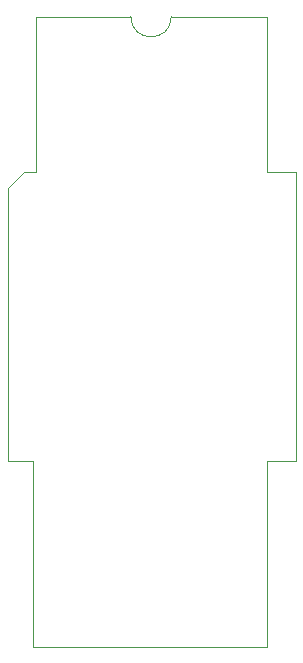
<source format=gm1>
G04 #@! TF.GenerationSoftware,KiCad,Pcbnew,(5.1.6-0)*
G04 #@! TF.CreationDate,2023-03-06T07:47:12+01:00*
G04 #@! TF.ProjectId,CIAAdapter,43494141-6461-4707-9465-722e6b696361,rev?*
G04 #@! TF.SameCoordinates,Original*
G04 #@! TF.FileFunction,Profile,NP*
%FSLAX46Y46*%
G04 Gerber Fmt 4.6, Leading zero omitted, Abs format (unit mm)*
G04 Created by KiCad (PCBNEW (5.1.6-0)) date 2023-03-06 07:47:12*
%MOMM*%
%LPD*%
G01*
G04 APERTURE LIST*
G04 #@! TA.AperFunction,Profile*
%ADD10C,0.100000*%
G04 #@! TD*
G04 #@! TA.AperFunction,Profile*
%ADD11C,0.050000*%
G04 #@! TD*
G04 APERTURE END LIST*
D10*
X26543000Y-41084500D02*
X27495500Y-41084500D01*
X38989000Y-27940000D02*
X47117000Y-27940000D01*
D11*
X38989000Y-27940000D02*
G75*
G02*
X35560000Y-27940000I-1714500J0D01*
G01*
D10*
X47117000Y-27940000D02*
X47117000Y-41084500D01*
X27495500Y-27940000D02*
X35560000Y-27940000D01*
X27495500Y-41084500D02*
X27495500Y-27940000D01*
X25146000Y-42418000D02*
X26543000Y-41084500D01*
X25146000Y-65595500D02*
X25146000Y-42418000D01*
X27241500Y-65595500D02*
X25146000Y-65595500D01*
X27241500Y-81280000D02*
X27241500Y-65595500D01*
X47117000Y-81280000D02*
X27241500Y-81280000D01*
X47117000Y-65595500D02*
X47117000Y-81280000D01*
X49530000Y-65595500D02*
X47117000Y-65595500D01*
X49530000Y-41084500D02*
X49530000Y-65595500D01*
X47117000Y-41084500D02*
X49530000Y-41084500D01*
M02*

</source>
